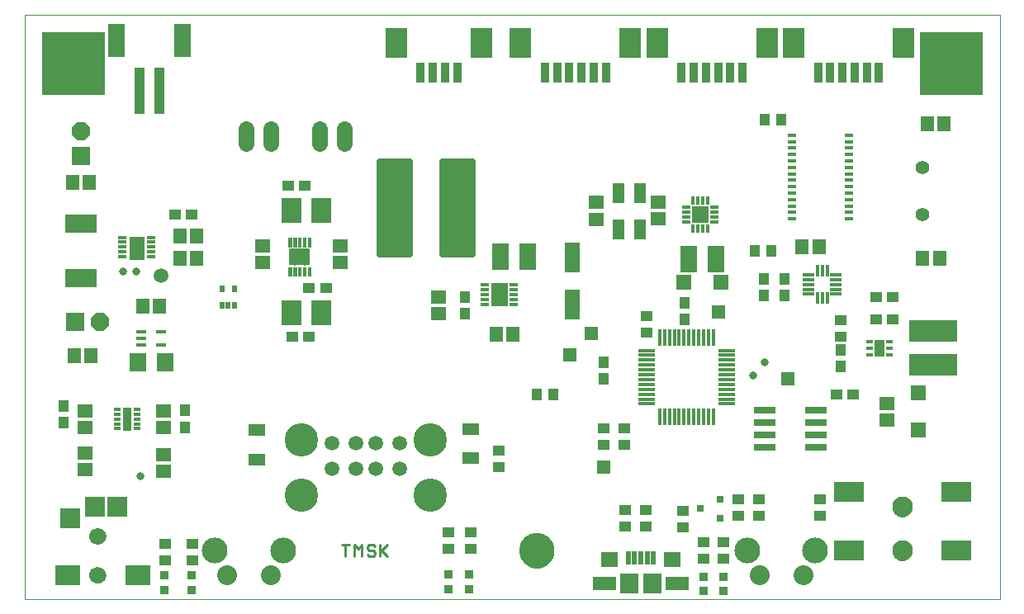
<source format=gts>
G75*
G70*
%OFA0B0*%
%FSLAX24Y24*%
%IPPOS*%
%LPD*%
%AMOC8*
5,1,8,0,0,1.08239X$1,22.5*
%
%ADD10C,0.0000*%
%ADD11C,0.1418*%
%ADD12C,0.0100*%
%ADD13R,0.0197X0.0316*%
%ADD14R,0.0552X0.0631*%
%ADD15R,0.0670X0.0749*%
%ADD16R,0.0320X0.0160*%
%ADD17R,0.0630X0.0950*%
%ADD18C,0.0010*%
%ADD19C,0.0060*%
%ADD20C,0.0397*%
%ADD21C,0.0800*%
%ADD22C,0.1040*%
%ADD23R,0.0808X0.1024*%
%ADD24R,0.0631X0.0552*%
%ADD25R,0.0473X0.0434*%
%ADD26R,0.1300X0.0749*%
%ADD27C,0.0591*%
%ADD28OC8,0.0740*%
%ADD29R,0.0740X0.0740*%
%ADD30R,0.0360X0.0160*%
%ADD31R,0.0650X0.0950*%
%ADD32C,0.0190*%
%ADD33R,0.0670X0.1103*%
%ADD34R,0.0591X0.1221*%
%ADD35R,0.0434X0.0473*%
%ADD36C,0.1346*%
%ADD37C,0.0594*%
%ADD38R,0.0670X0.0512*%
%ADD39R,0.0355X0.0355*%
%ADD40R,0.0434X0.1851*%
%ADD41R,0.0670X0.1379*%
%ADD42R,0.0280X0.0180*%
%ADD43R,0.0430X0.0670*%
%ADD44R,0.1969X0.0867*%
%ADD45R,0.0591X0.0591*%
%ADD46R,0.0300X0.0160*%
%ADD47R,0.0370X0.0980*%
%ADD48C,0.0670*%
%ADD49R,0.0827X0.0827*%
%ADD50R,0.1024X0.0827*%
%ADD51R,0.1221X0.0827*%
%ADD52C,0.0827*%
%ADD53R,0.0670X0.0158*%
%ADD54R,0.0158X0.0670*%
%ADD55R,0.0355X0.0138*%
%ADD56C,0.0316*%
%ADD57R,0.0749X0.0788*%
%ADD58R,0.0946X0.0552*%
%ADD59R,0.0197X0.0571*%
%ADD60R,0.0670X0.0591*%
%ADD61C,0.0560*%
%ADD62R,0.0512X0.0827*%
%ADD63R,0.0355X0.0827*%
%ADD64R,0.0867X0.1221*%
%ADD65C,0.0640*%
%ADD66R,0.0316X0.0276*%
%ADD67R,0.0440X0.0180*%
%ADD68R,0.0910X0.0280*%
%ADD69R,0.0480X0.0160*%
%ADD70R,0.0160X0.0480*%
%ADD71R,0.0160X0.0360*%
%ADD72R,0.0650X0.0650*%
%ADD73R,0.0552X0.0552*%
%ADD74R,0.2580X0.2580*%
D10*
X000189Y003356D02*
X000189Y026978D01*
X039559Y026978D01*
X039559Y003356D01*
X000189Y003356D01*
X002827Y004341D02*
X002829Y004376D01*
X002835Y004411D01*
X002845Y004445D01*
X002858Y004478D01*
X002875Y004509D01*
X002896Y004537D01*
X002919Y004564D01*
X002946Y004587D01*
X002974Y004608D01*
X003005Y004625D01*
X003038Y004638D01*
X003072Y004648D01*
X003107Y004654D01*
X003142Y004656D01*
X003177Y004654D01*
X003212Y004648D01*
X003246Y004638D01*
X003279Y004625D01*
X003310Y004608D01*
X003338Y004587D01*
X003365Y004564D01*
X003388Y004537D01*
X003409Y004509D01*
X003426Y004478D01*
X003439Y004445D01*
X003449Y004411D01*
X003455Y004376D01*
X003457Y004341D01*
X003455Y004306D01*
X003449Y004271D01*
X003439Y004237D01*
X003426Y004204D01*
X003409Y004173D01*
X003388Y004145D01*
X003365Y004118D01*
X003338Y004095D01*
X003310Y004074D01*
X003279Y004057D01*
X003246Y004044D01*
X003212Y004034D01*
X003177Y004028D01*
X003142Y004026D01*
X003107Y004028D01*
X003072Y004034D01*
X003038Y004044D01*
X003005Y004057D01*
X002974Y004074D01*
X002946Y004095D01*
X002919Y004118D01*
X002896Y004145D01*
X002875Y004173D01*
X002858Y004204D01*
X002845Y004237D01*
X002835Y004271D01*
X002829Y004306D01*
X002827Y004341D01*
X002827Y005915D02*
X002829Y005950D01*
X002835Y005985D01*
X002845Y006019D01*
X002858Y006052D01*
X002875Y006083D01*
X002896Y006111D01*
X002919Y006138D01*
X002946Y006161D01*
X002974Y006182D01*
X003005Y006199D01*
X003038Y006212D01*
X003072Y006222D01*
X003107Y006228D01*
X003142Y006230D01*
X003177Y006228D01*
X003212Y006222D01*
X003246Y006212D01*
X003279Y006199D01*
X003310Y006182D01*
X003338Y006161D01*
X003365Y006138D01*
X003388Y006111D01*
X003409Y006083D01*
X003426Y006052D01*
X003439Y006019D01*
X003449Y005985D01*
X003455Y005950D01*
X003457Y005915D01*
X003455Y005880D01*
X003449Y005845D01*
X003439Y005811D01*
X003426Y005778D01*
X003409Y005747D01*
X003388Y005719D01*
X003365Y005692D01*
X003338Y005669D01*
X003310Y005648D01*
X003279Y005631D01*
X003246Y005618D01*
X003212Y005608D01*
X003177Y005602D01*
X003142Y005600D01*
X003107Y005602D01*
X003072Y005608D01*
X003038Y005618D01*
X003005Y005631D01*
X002974Y005648D01*
X002946Y005669D01*
X002919Y005692D01*
X002896Y005719D01*
X002875Y005747D01*
X002858Y005778D01*
X002845Y005811D01*
X002835Y005845D01*
X002829Y005880D01*
X002827Y005915D01*
X020170Y005325D02*
X020172Y005377D01*
X020178Y005429D01*
X020188Y005480D01*
X020201Y005530D01*
X020219Y005580D01*
X020240Y005627D01*
X020264Y005673D01*
X020293Y005717D01*
X020324Y005759D01*
X020358Y005798D01*
X020395Y005835D01*
X020435Y005868D01*
X020478Y005899D01*
X020522Y005926D01*
X020568Y005950D01*
X020617Y005970D01*
X020666Y005986D01*
X020717Y005999D01*
X020768Y006008D01*
X020820Y006013D01*
X020872Y006014D01*
X020924Y006011D01*
X020976Y006004D01*
X021027Y005993D01*
X021077Y005979D01*
X021126Y005960D01*
X021173Y005938D01*
X021218Y005913D01*
X021262Y005884D01*
X021303Y005852D01*
X021342Y005817D01*
X021377Y005779D01*
X021410Y005738D01*
X021440Y005696D01*
X021466Y005651D01*
X021489Y005604D01*
X021508Y005555D01*
X021524Y005505D01*
X021536Y005455D01*
X021544Y005403D01*
X021548Y005351D01*
X021548Y005299D01*
X021544Y005247D01*
X021536Y005195D01*
X021524Y005145D01*
X021508Y005095D01*
X021489Y005046D01*
X021466Y004999D01*
X021440Y004954D01*
X021410Y004912D01*
X021377Y004871D01*
X021342Y004833D01*
X021303Y004798D01*
X021262Y004766D01*
X021218Y004737D01*
X021173Y004712D01*
X021126Y004690D01*
X021077Y004671D01*
X021027Y004657D01*
X020976Y004646D01*
X020924Y004639D01*
X020872Y004636D01*
X020820Y004637D01*
X020768Y004642D01*
X020717Y004651D01*
X020666Y004664D01*
X020617Y004680D01*
X020568Y004700D01*
X020522Y004724D01*
X020478Y004751D01*
X020435Y004782D01*
X020395Y004815D01*
X020358Y004852D01*
X020324Y004891D01*
X020293Y004933D01*
X020264Y004977D01*
X020240Y005023D01*
X020219Y005070D01*
X020201Y005120D01*
X020188Y005170D01*
X020178Y005221D01*
X020172Y005273D01*
X020170Y005325D01*
X035228Y005325D02*
X035230Y005364D01*
X035236Y005403D01*
X035246Y005441D01*
X035259Y005478D01*
X035276Y005513D01*
X035296Y005547D01*
X035320Y005578D01*
X035347Y005607D01*
X035376Y005633D01*
X035408Y005656D01*
X035442Y005676D01*
X035478Y005692D01*
X035515Y005704D01*
X035554Y005713D01*
X035593Y005718D01*
X035632Y005719D01*
X035671Y005716D01*
X035710Y005709D01*
X035747Y005698D01*
X035784Y005684D01*
X035819Y005666D01*
X035852Y005645D01*
X035883Y005620D01*
X035911Y005593D01*
X035936Y005563D01*
X035958Y005530D01*
X035977Y005496D01*
X035992Y005460D01*
X036004Y005422D01*
X036012Y005384D01*
X036016Y005345D01*
X036016Y005305D01*
X036012Y005266D01*
X036004Y005228D01*
X035992Y005190D01*
X035977Y005154D01*
X035958Y005120D01*
X035936Y005087D01*
X035911Y005057D01*
X035883Y005030D01*
X035852Y005005D01*
X035819Y004984D01*
X035784Y004966D01*
X035747Y004952D01*
X035710Y004941D01*
X035671Y004934D01*
X035632Y004931D01*
X035593Y004932D01*
X035554Y004937D01*
X035515Y004946D01*
X035478Y004958D01*
X035442Y004974D01*
X035408Y004994D01*
X035376Y005017D01*
X035347Y005043D01*
X035320Y005072D01*
X035296Y005103D01*
X035276Y005137D01*
X035259Y005172D01*
X035246Y005209D01*
X035236Y005247D01*
X035230Y005286D01*
X035228Y005325D01*
X035228Y007096D02*
X035230Y007135D01*
X035236Y007174D01*
X035246Y007212D01*
X035259Y007249D01*
X035276Y007284D01*
X035296Y007318D01*
X035320Y007349D01*
X035347Y007378D01*
X035376Y007404D01*
X035408Y007427D01*
X035442Y007447D01*
X035478Y007463D01*
X035515Y007475D01*
X035554Y007484D01*
X035593Y007489D01*
X035632Y007490D01*
X035671Y007487D01*
X035710Y007480D01*
X035747Y007469D01*
X035784Y007455D01*
X035819Y007437D01*
X035852Y007416D01*
X035883Y007391D01*
X035911Y007364D01*
X035936Y007334D01*
X035958Y007301D01*
X035977Y007267D01*
X035992Y007231D01*
X036004Y007193D01*
X036012Y007155D01*
X036016Y007116D01*
X036016Y007076D01*
X036012Y007037D01*
X036004Y006999D01*
X035992Y006961D01*
X035977Y006925D01*
X035958Y006891D01*
X035936Y006858D01*
X035911Y006828D01*
X035883Y006801D01*
X035852Y006776D01*
X035819Y006755D01*
X035784Y006737D01*
X035747Y006723D01*
X035710Y006712D01*
X035671Y006705D01*
X035632Y006702D01*
X035593Y006703D01*
X035554Y006708D01*
X035515Y006717D01*
X035478Y006729D01*
X035442Y006745D01*
X035408Y006765D01*
X035376Y006788D01*
X035347Y006814D01*
X035320Y006843D01*
X035296Y006874D01*
X035276Y006908D01*
X035259Y006943D01*
X035246Y006980D01*
X035236Y007018D01*
X035230Y007057D01*
X035228Y007096D01*
D11*
X020859Y005325D03*
D12*
X014849Y005099D02*
X014619Y005329D01*
X014542Y005253D02*
X014849Y005560D01*
X014542Y005560D02*
X014542Y005099D01*
X014333Y005176D02*
X014257Y005099D01*
X014103Y005099D01*
X014027Y005176D01*
X014103Y005329D02*
X014257Y005329D01*
X014333Y005253D01*
X014333Y005176D01*
X014103Y005329D02*
X014027Y005406D01*
X014027Y005483D01*
X014103Y005560D01*
X014257Y005560D01*
X014333Y005483D01*
X013818Y005560D02*
X013818Y005099D01*
X013511Y005099D02*
X013511Y005560D01*
X013664Y005406D01*
X013818Y005560D01*
X013302Y005560D02*
X012995Y005560D01*
X013149Y005560D02*
X013149Y005099D01*
D13*
X008674Y015226D03*
X008418Y015226D03*
X008162Y015226D03*
X008162Y015896D03*
X008674Y015896D03*
D14*
X007138Y017132D03*
X006469Y017132D03*
X006469Y018018D03*
X007138Y018018D03*
X005642Y015207D03*
X004973Y015207D03*
X002886Y013199D03*
X002217Y013199D03*
X002138Y020183D03*
X002807Y020183D03*
X019225Y014057D03*
X019894Y014057D03*
X031587Y017608D03*
X032256Y017608D03*
X036453Y017128D03*
X037122Y017128D03*
X037319Y022577D03*
X036650Y022577D03*
D15*
X005859Y012923D03*
X004756Y012923D03*
D16*
X005307Y017195D03*
X005307Y017385D03*
X005307Y017585D03*
X005307Y017785D03*
X005307Y017975D03*
X004127Y017975D03*
X004127Y017785D03*
X004127Y017585D03*
X004127Y017385D03*
X004127Y017195D03*
D17*
X004737Y017545D03*
D18*
X010838Y017609D02*
X010958Y017609D01*
X010838Y017609D02*
X010838Y017953D01*
X010958Y017953D01*
X010958Y017609D01*
X010958Y017618D02*
X010838Y017618D01*
X010838Y017627D02*
X010958Y017627D01*
X010958Y017636D02*
X010838Y017636D01*
X010838Y017645D02*
X010958Y017645D01*
X010958Y017654D02*
X010838Y017654D01*
X010838Y017663D02*
X010958Y017663D01*
X010958Y017672D02*
X010838Y017672D01*
X010838Y017681D02*
X010958Y017681D01*
X010958Y017690D02*
X010838Y017690D01*
X010838Y017699D02*
X010958Y017699D01*
X010958Y017708D02*
X010838Y017708D01*
X010838Y017717D02*
X010958Y017717D01*
X010958Y017726D02*
X010838Y017726D01*
X010838Y017735D02*
X010958Y017735D01*
X010958Y017744D02*
X010838Y017744D01*
X010838Y017753D02*
X010958Y017753D01*
X010958Y017762D02*
X010838Y017762D01*
X010838Y017771D02*
X010958Y017771D01*
X010958Y017780D02*
X010838Y017780D01*
X010838Y017789D02*
X010958Y017789D01*
X010958Y017798D02*
X010838Y017798D01*
X010838Y017807D02*
X010958Y017807D01*
X010958Y017816D02*
X010838Y017816D01*
X010838Y017825D02*
X010958Y017825D01*
X010958Y017834D02*
X010838Y017834D01*
X010838Y017843D02*
X010958Y017843D01*
X010958Y017852D02*
X010838Y017852D01*
X010838Y017861D02*
X010958Y017861D01*
X010958Y017870D02*
X010838Y017870D01*
X010838Y017879D02*
X010958Y017879D01*
X010958Y017888D02*
X010838Y017888D01*
X010838Y017897D02*
X010958Y017897D01*
X010958Y017906D02*
X010838Y017906D01*
X010838Y017915D02*
X010958Y017915D01*
X010958Y017924D02*
X010838Y017924D01*
X010838Y017933D02*
X010958Y017933D01*
X010958Y017942D02*
X010838Y017942D01*
X010838Y017951D02*
X010958Y017951D01*
X011035Y017609D02*
X011155Y017609D01*
X011035Y017609D02*
X011035Y017953D01*
X011155Y017953D01*
X011155Y017609D01*
X011155Y017618D02*
X011035Y017618D01*
X011035Y017627D02*
X011155Y017627D01*
X011155Y017636D02*
X011035Y017636D01*
X011035Y017645D02*
X011155Y017645D01*
X011155Y017654D02*
X011035Y017654D01*
X011035Y017663D02*
X011155Y017663D01*
X011155Y017672D02*
X011035Y017672D01*
X011035Y017681D02*
X011155Y017681D01*
X011155Y017690D02*
X011035Y017690D01*
X011035Y017699D02*
X011155Y017699D01*
X011155Y017708D02*
X011035Y017708D01*
X011035Y017717D02*
X011155Y017717D01*
X011155Y017726D02*
X011035Y017726D01*
X011035Y017735D02*
X011155Y017735D01*
X011155Y017744D02*
X011035Y017744D01*
X011035Y017753D02*
X011155Y017753D01*
X011155Y017762D02*
X011035Y017762D01*
X011035Y017771D02*
X011155Y017771D01*
X011155Y017780D02*
X011035Y017780D01*
X011035Y017789D02*
X011155Y017789D01*
X011155Y017798D02*
X011035Y017798D01*
X011035Y017807D02*
X011155Y017807D01*
X011155Y017816D02*
X011035Y017816D01*
X011035Y017825D02*
X011155Y017825D01*
X011155Y017834D02*
X011035Y017834D01*
X011035Y017843D02*
X011155Y017843D01*
X011155Y017852D02*
X011035Y017852D01*
X011035Y017861D02*
X011155Y017861D01*
X011155Y017870D02*
X011035Y017870D01*
X011035Y017879D02*
X011155Y017879D01*
X011155Y017888D02*
X011035Y017888D01*
X011035Y017897D02*
X011155Y017897D01*
X011155Y017906D02*
X011035Y017906D01*
X011035Y017915D02*
X011155Y017915D01*
X011155Y017924D02*
X011035Y017924D01*
X011035Y017933D02*
X011155Y017933D01*
X011155Y017942D02*
X011035Y017942D01*
X011035Y017951D02*
X011155Y017951D01*
X011232Y017609D02*
X011352Y017609D01*
X011232Y017609D02*
X011232Y017953D01*
X011352Y017953D01*
X011352Y017609D01*
X011352Y017618D02*
X011232Y017618D01*
X011232Y017627D02*
X011352Y017627D01*
X011352Y017636D02*
X011232Y017636D01*
X011232Y017645D02*
X011352Y017645D01*
X011352Y017654D02*
X011232Y017654D01*
X011232Y017663D02*
X011352Y017663D01*
X011352Y017672D02*
X011232Y017672D01*
X011232Y017681D02*
X011352Y017681D01*
X011352Y017690D02*
X011232Y017690D01*
X011232Y017699D02*
X011352Y017699D01*
X011352Y017708D02*
X011232Y017708D01*
X011232Y017717D02*
X011352Y017717D01*
X011352Y017726D02*
X011232Y017726D01*
X011232Y017735D02*
X011352Y017735D01*
X011352Y017744D02*
X011232Y017744D01*
X011232Y017753D02*
X011352Y017753D01*
X011352Y017762D02*
X011232Y017762D01*
X011232Y017771D02*
X011352Y017771D01*
X011352Y017780D02*
X011232Y017780D01*
X011232Y017789D02*
X011352Y017789D01*
X011352Y017798D02*
X011232Y017798D01*
X011232Y017807D02*
X011352Y017807D01*
X011352Y017816D02*
X011232Y017816D01*
X011232Y017825D02*
X011352Y017825D01*
X011352Y017834D02*
X011232Y017834D01*
X011232Y017843D02*
X011352Y017843D01*
X011352Y017852D02*
X011232Y017852D01*
X011232Y017861D02*
X011352Y017861D01*
X011352Y017870D02*
X011232Y017870D01*
X011232Y017879D02*
X011352Y017879D01*
X011352Y017888D02*
X011232Y017888D01*
X011232Y017897D02*
X011352Y017897D01*
X011352Y017906D02*
X011232Y017906D01*
X011232Y017915D02*
X011352Y017915D01*
X011352Y017924D02*
X011232Y017924D01*
X011232Y017933D02*
X011352Y017933D01*
X011352Y017942D02*
X011232Y017942D01*
X011232Y017951D02*
X011352Y017951D01*
X011429Y017609D02*
X011549Y017609D01*
X011429Y017609D02*
X011429Y017953D01*
X011549Y017953D01*
X011549Y017609D01*
X011549Y017618D02*
X011429Y017618D01*
X011429Y017627D02*
X011549Y017627D01*
X011549Y017636D02*
X011429Y017636D01*
X011429Y017645D02*
X011549Y017645D01*
X011549Y017654D02*
X011429Y017654D01*
X011429Y017663D02*
X011549Y017663D01*
X011549Y017672D02*
X011429Y017672D01*
X011429Y017681D02*
X011549Y017681D01*
X011549Y017690D02*
X011429Y017690D01*
X011429Y017699D02*
X011549Y017699D01*
X011549Y017708D02*
X011429Y017708D01*
X011429Y017717D02*
X011549Y017717D01*
X011549Y017726D02*
X011429Y017726D01*
X011429Y017735D02*
X011549Y017735D01*
X011549Y017744D02*
X011429Y017744D01*
X011429Y017753D02*
X011549Y017753D01*
X011549Y017762D02*
X011429Y017762D01*
X011429Y017771D02*
X011549Y017771D01*
X011549Y017780D02*
X011429Y017780D01*
X011429Y017789D02*
X011549Y017789D01*
X011549Y017798D02*
X011429Y017798D01*
X011429Y017807D02*
X011549Y017807D01*
X011549Y017816D02*
X011429Y017816D01*
X011429Y017825D02*
X011549Y017825D01*
X011549Y017834D02*
X011429Y017834D01*
X011429Y017843D02*
X011549Y017843D01*
X011549Y017852D02*
X011429Y017852D01*
X011429Y017861D02*
X011549Y017861D01*
X011549Y017870D02*
X011429Y017870D01*
X011429Y017879D02*
X011549Y017879D01*
X011549Y017888D02*
X011429Y017888D01*
X011429Y017897D02*
X011549Y017897D01*
X011549Y017906D02*
X011429Y017906D01*
X011429Y017915D02*
X011549Y017915D01*
X011549Y017924D02*
X011429Y017924D01*
X011429Y017933D02*
X011549Y017933D01*
X011549Y017942D02*
X011429Y017942D01*
X011429Y017951D02*
X011549Y017951D01*
X011625Y017609D02*
X011745Y017609D01*
X011625Y017609D02*
X011625Y017953D01*
X011745Y017953D01*
X011745Y017609D01*
X011745Y017618D02*
X011625Y017618D01*
X011625Y017627D02*
X011745Y017627D01*
X011745Y017636D02*
X011625Y017636D01*
X011625Y017645D02*
X011745Y017645D01*
X011745Y017654D02*
X011625Y017654D01*
X011625Y017663D02*
X011745Y017663D01*
X011745Y017672D02*
X011625Y017672D01*
X011625Y017681D02*
X011745Y017681D01*
X011745Y017690D02*
X011625Y017690D01*
X011625Y017699D02*
X011745Y017699D01*
X011745Y017708D02*
X011625Y017708D01*
X011625Y017717D02*
X011745Y017717D01*
X011745Y017726D02*
X011625Y017726D01*
X011625Y017735D02*
X011745Y017735D01*
X011745Y017744D02*
X011625Y017744D01*
X011625Y017753D02*
X011745Y017753D01*
X011745Y017762D02*
X011625Y017762D01*
X011625Y017771D02*
X011745Y017771D01*
X011745Y017780D02*
X011625Y017780D01*
X011625Y017789D02*
X011745Y017789D01*
X011745Y017798D02*
X011625Y017798D01*
X011625Y017807D02*
X011745Y017807D01*
X011745Y017816D02*
X011625Y017816D01*
X011625Y017825D02*
X011745Y017825D01*
X011745Y017834D02*
X011625Y017834D01*
X011625Y017843D02*
X011745Y017843D01*
X011745Y017852D02*
X011625Y017852D01*
X011625Y017861D02*
X011745Y017861D01*
X011745Y017870D02*
X011625Y017870D01*
X011625Y017879D02*
X011745Y017879D01*
X011745Y017888D02*
X011625Y017888D01*
X011625Y017897D02*
X011745Y017897D01*
X011745Y017906D02*
X011625Y017906D01*
X011625Y017915D02*
X011745Y017915D01*
X011745Y017924D02*
X011625Y017924D01*
X011625Y017933D02*
X011745Y017933D01*
X011745Y017942D02*
X011625Y017942D01*
X011625Y017951D02*
X011745Y017951D01*
X011745Y016428D02*
X011625Y016428D01*
X011625Y016772D01*
X011745Y016772D01*
X011745Y016428D01*
X011745Y016437D02*
X011625Y016437D01*
X011625Y016446D02*
X011745Y016446D01*
X011745Y016455D02*
X011625Y016455D01*
X011625Y016464D02*
X011745Y016464D01*
X011745Y016473D02*
X011625Y016473D01*
X011625Y016482D02*
X011745Y016482D01*
X011745Y016491D02*
X011625Y016491D01*
X011625Y016500D02*
X011745Y016500D01*
X011745Y016509D02*
X011625Y016509D01*
X011625Y016518D02*
X011745Y016518D01*
X011745Y016527D02*
X011625Y016527D01*
X011625Y016536D02*
X011745Y016536D01*
X011745Y016545D02*
X011625Y016545D01*
X011625Y016554D02*
X011745Y016554D01*
X011745Y016563D02*
X011625Y016563D01*
X011625Y016572D02*
X011745Y016572D01*
X011745Y016581D02*
X011625Y016581D01*
X011625Y016590D02*
X011745Y016590D01*
X011745Y016599D02*
X011625Y016599D01*
X011625Y016608D02*
X011745Y016608D01*
X011745Y016617D02*
X011625Y016617D01*
X011625Y016626D02*
X011745Y016626D01*
X011745Y016635D02*
X011625Y016635D01*
X011625Y016644D02*
X011745Y016644D01*
X011745Y016653D02*
X011625Y016653D01*
X011625Y016662D02*
X011745Y016662D01*
X011745Y016671D02*
X011625Y016671D01*
X011625Y016680D02*
X011745Y016680D01*
X011745Y016689D02*
X011625Y016689D01*
X011625Y016698D02*
X011745Y016698D01*
X011745Y016707D02*
X011625Y016707D01*
X011625Y016716D02*
X011745Y016716D01*
X011745Y016725D02*
X011625Y016725D01*
X011625Y016734D02*
X011745Y016734D01*
X011745Y016743D02*
X011625Y016743D01*
X011625Y016752D02*
X011745Y016752D01*
X011745Y016761D02*
X011625Y016761D01*
X011625Y016770D02*
X011745Y016770D01*
X011549Y016428D02*
X011429Y016428D01*
X011429Y016772D01*
X011549Y016772D01*
X011549Y016428D01*
X011549Y016437D02*
X011429Y016437D01*
X011429Y016446D02*
X011549Y016446D01*
X011549Y016455D02*
X011429Y016455D01*
X011429Y016464D02*
X011549Y016464D01*
X011549Y016473D02*
X011429Y016473D01*
X011429Y016482D02*
X011549Y016482D01*
X011549Y016491D02*
X011429Y016491D01*
X011429Y016500D02*
X011549Y016500D01*
X011549Y016509D02*
X011429Y016509D01*
X011429Y016518D02*
X011549Y016518D01*
X011549Y016527D02*
X011429Y016527D01*
X011429Y016536D02*
X011549Y016536D01*
X011549Y016545D02*
X011429Y016545D01*
X011429Y016554D02*
X011549Y016554D01*
X011549Y016563D02*
X011429Y016563D01*
X011429Y016572D02*
X011549Y016572D01*
X011549Y016581D02*
X011429Y016581D01*
X011429Y016590D02*
X011549Y016590D01*
X011549Y016599D02*
X011429Y016599D01*
X011429Y016608D02*
X011549Y016608D01*
X011549Y016617D02*
X011429Y016617D01*
X011429Y016626D02*
X011549Y016626D01*
X011549Y016635D02*
X011429Y016635D01*
X011429Y016644D02*
X011549Y016644D01*
X011549Y016653D02*
X011429Y016653D01*
X011429Y016662D02*
X011549Y016662D01*
X011549Y016671D02*
X011429Y016671D01*
X011429Y016680D02*
X011549Y016680D01*
X011549Y016689D02*
X011429Y016689D01*
X011429Y016698D02*
X011549Y016698D01*
X011549Y016707D02*
X011429Y016707D01*
X011429Y016716D02*
X011549Y016716D01*
X011549Y016725D02*
X011429Y016725D01*
X011429Y016734D02*
X011549Y016734D01*
X011549Y016743D02*
X011429Y016743D01*
X011429Y016752D02*
X011549Y016752D01*
X011549Y016761D02*
X011429Y016761D01*
X011429Y016770D02*
X011549Y016770D01*
X011352Y016428D02*
X011232Y016428D01*
X011232Y016772D01*
X011352Y016772D01*
X011352Y016428D01*
X011352Y016437D02*
X011232Y016437D01*
X011232Y016446D02*
X011352Y016446D01*
X011352Y016455D02*
X011232Y016455D01*
X011232Y016464D02*
X011352Y016464D01*
X011352Y016473D02*
X011232Y016473D01*
X011232Y016482D02*
X011352Y016482D01*
X011352Y016491D02*
X011232Y016491D01*
X011232Y016500D02*
X011352Y016500D01*
X011352Y016509D02*
X011232Y016509D01*
X011232Y016518D02*
X011352Y016518D01*
X011352Y016527D02*
X011232Y016527D01*
X011232Y016536D02*
X011352Y016536D01*
X011352Y016545D02*
X011232Y016545D01*
X011232Y016554D02*
X011352Y016554D01*
X011352Y016563D02*
X011232Y016563D01*
X011232Y016572D02*
X011352Y016572D01*
X011352Y016581D02*
X011232Y016581D01*
X011232Y016590D02*
X011352Y016590D01*
X011352Y016599D02*
X011232Y016599D01*
X011232Y016608D02*
X011352Y016608D01*
X011352Y016617D02*
X011232Y016617D01*
X011232Y016626D02*
X011352Y016626D01*
X011352Y016635D02*
X011232Y016635D01*
X011232Y016644D02*
X011352Y016644D01*
X011352Y016653D02*
X011232Y016653D01*
X011232Y016662D02*
X011352Y016662D01*
X011352Y016671D02*
X011232Y016671D01*
X011232Y016680D02*
X011352Y016680D01*
X011352Y016689D02*
X011232Y016689D01*
X011232Y016698D02*
X011352Y016698D01*
X011352Y016707D02*
X011232Y016707D01*
X011232Y016716D02*
X011352Y016716D01*
X011352Y016725D02*
X011232Y016725D01*
X011232Y016734D02*
X011352Y016734D01*
X011352Y016743D02*
X011232Y016743D01*
X011232Y016752D02*
X011352Y016752D01*
X011352Y016761D02*
X011232Y016761D01*
X011232Y016770D02*
X011352Y016770D01*
X011155Y016428D02*
X011035Y016428D01*
X011035Y016772D01*
X011155Y016772D01*
X011155Y016428D01*
X011155Y016437D02*
X011035Y016437D01*
X011035Y016446D02*
X011155Y016446D01*
X011155Y016455D02*
X011035Y016455D01*
X011035Y016464D02*
X011155Y016464D01*
X011155Y016473D02*
X011035Y016473D01*
X011035Y016482D02*
X011155Y016482D01*
X011155Y016491D02*
X011035Y016491D01*
X011035Y016500D02*
X011155Y016500D01*
X011155Y016509D02*
X011035Y016509D01*
X011035Y016518D02*
X011155Y016518D01*
X011155Y016527D02*
X011035Y016527D01*
X011035Y016536D02*
X011155Y016536D01*
X011155Y016545D02*
X011035Y016545D01*
X011035Y016554D02*
X011155Y016554D01*
X011155Y016563D02*
X011035Y016563D01*
X011035Y016572D02*
X011155Y016572D01*
X011155Y016581D02*
X011035Y016581D01*
X011035Y016590D02*
X011155Y016590D01*
X011155Y016599D02*
X011035Y016599D01*
X011035Y016608D02*
X011155Y016608D01*
X011155Y016617D02*
X011035Y016617D01*
X011035Y016626D02*
X011155Y016626D01*
X011155Y016635D02*
X011035Y016635D01*
X011035Y016644D02*
X011155Y016644D01*
X011155Y016653D02*
X011035Y016653D01*
X011035Y016662D02*
X011155Y016662D01*
X011155Y016671D02*
X011035Y016671D01*
X011035Y016680D02*
X011155Y016680D01*
X011155Y016689D02*
X011035Y016689D01*
X011035Y016698D02*
X011155Y016698D01*
X011155Y016707D02*
X011035Y016707D01*
X011035Y016716D02*
X011155Y016716D01*
X011155Y016725D02*
X011035Y016725D01*
X011035Y016734D02*
X011155Y016734D01*
X011155Y016743D02*
X011035Y016743D01*
X011035Y016752D02*
X011155Y016752D01*
X011155Y016761D02*
X011035Y016761D01*
X011035Y016770D02*
X011155Y016770D01*
X010958Y016428D02*
X010838Y016428D01*
X010838Y016772D01*
X010958Y016772D01*
X010958Y016428D01*
X010958Y016437D02*
X010838Y016437D01*
X010838Y016446D02*
X010958Y016446D01*
X010958Y016455D02*
X010838Y016455D01*
X010838Y016464D02*
X010958Y016464D01*
X010958Y016473D02*
X010838Y016473D01*
X010838Y016482D02*
X010958Y016482D01*
X010958Y016491D02*
X010838Y016491D01*
X010838Y016500D02*
X010958Y016500D01*
X010958Y016509D02*
X010838Y016509D01*
X010838Y016518D02*
X010958Y016518D01*
X010958Y016527D02*
X010838Y016527D01*
X010838Y016536D02*
X010958Y016536D01*
X010958Y016545D02*
X010838Y016545D01*
X010838Y016554D02*
X010958Y016554D01*
X010958Y016563D02*
X010838Y016563D01*
X010838Y016572D02*
X010958Y016572D01*
X010958Y016581D02*
X010838Y016581D01*
X010838Y016590D02*
X010958Y016590D01*
X010958Y016599D02*
X010838Y016599D01*
X010838Y016608D02*
X010958Y016608D01*
X010958Y016617D02*
X010838Y016617D01*
X010838Y016626D02*
X010958Y016626D01*
X010958Y016635D02*
X010838Y016635D01*
X010838Y016644D02*
X010958Y016644D01*
X010958Y016653D02*
X010838Y016653D01*
X010838Y016662D02*
X010958Y016662D01*
X010958Y016671D02*
X010838Y016671D01*
X010838Y016680D02*
X010958Y016680D01*
X010958Y016689D02*
X010838Y016689D01*
X010838Y016698D02*
X010958Y016698D01*
X010958Y016707D02*
X010838Y016707D01*
X010838Y016716D02*
X010958Y016716D01*
X010958Y016725D02*
X010838Y016725D01*
X010838Y016734D02*
X010958Y016734D01*
X010958Y016743D02*
X010838Y016743D01*
X010838Y016752D02*
X010958Y016752D01*
X010958Y016761D02*
X010838Y016761D01*
X010838Y016770D02*
X010958Y016770D01*
D19*
X010909Y016886D02*
X011675Y016886D01*
X010909Y016886D02*
X010909Y017496D01*
X011675Y017496D01*
X011675Y016886D01*
X011675Y016945D02*
X010909Y016945D01*
X010909Y017004D02*
X011675Y017004D01*
X011675Y017063D02*
X010909Y017063D01*
X010909Y017122D02*
X011675Y017122D01*
X011675Y017181D02*
X010909Y017181D01*
X010909Y017240D02*
X011675Y017240D01*
X011675Y017299D02*
X010909Y017299D01*
X010909Y017358D02*
X011675Y017358D01*
X011675Y017417D02*
X010909Y017417D01*
X010909Y017476D02*
X011675Y017476D01*
D20*
X011489Y017348D03*
X011489Y017033D03*
X011095Y017033D03*
X011095Y017348D03*
D21*
X010130Y004341D03*
X008359Y004341D03*
X029855Y004341D03*
X031626Y004341D03*
D22*
X032119Y005325D03*
X029363Y005325D03*
X010622Y005325D03*
X007867Y005325D03*
D23*
X010967Y014947D03*
X012168Y014947D03*
X012168Y019081D03*
X010967Y019081D03*
D24*
X009796Y017644D03*
X009796Y016974D03*
X012945Y016974D03*
X012945Y017644D03*
X016902Y015573D03*
X016902Y014904D03*
X023284Y018715D03*
X023284Y019384D03*
X025780Y019415D03*
X025780Y018746D03*
X034996Y011274D03*
X034996Y010604D03*
X005800Y010305D03*
X005800Y010974D03*
X005800Y009203D03*
X005800Y008533D03*
X002650Y008596D03*
X002650Y009266D03*
X002650Y010305D03*
X002650Y010974D03*
D25*
X005874Y005604D03*
X005874Y004935D03*
X006969Y004935D03*
X006969Y005604D03*
X017315Y005384D03*
X017315Y006053D03*
X018201Y006053D03*
X018201Y005384D03*
X019323Y008691D03*
X019323Y009360D03*
X023575Y009596D03*
X024402Y009596D03*
X024402Y010266D03*
X023575Y010266D03*
X024441Y006959D03*
X025268Y006959D03*
X025268Y006289D03*
X024441Y006289D03*
X026764Y006250D03*
X027591Y005659D03*
X027591Y004990D03*
X028398Y004990D03*
X028398Y005659D03*
X029008Y006722D03*
X029008Y007392D03*
X029835Y007392D03*
X029835Y006722D03*
X032315Y006722D03*
X032315Y007392D03*
X026764Y006919D03*
X032965Y011624D03*
X033634Y011624D03*
X033126Y013951D03*
X033126Y014620D03*
X034563Y014679D03*
X035233Y014679D03*
X035233Y015565D03*
X034563Y015565D03*
X025307Y014793D03*
X025307Y014124D03*
X012355Y015931D03*
X011685Y015931D03*
X011666Y013963D03*
X010996Y013963D03*
X006941Y018904D03*
X006272Y018904D03*
X010839Y020065D03*
X011508Y020065D03*
D26*
X002473Y018530D03*
X002473Y016325D03*
D27*
X005701Y016443D03*
D28*
X003248Y014577D03*
X002473Y022258D03*
D29*
X002473Y021258D03*
X002248Y014577D03*
D30*
X018783Y015281D03*
X018783Y015471D03*
X018783Y015671D03*
X018783Y015871D03*
X018783Y016061D03*
X019943Y016061D03*
X019943Y015871D03*
X019943Y015671D03*
X019943Y015471D03*
X019943Y015281D03*
X026903Y018607D03*
X026903Y018807D03*
X026903Y019007D03*
X026903Y019207D03*
X028043Y019207D03*
X028043Y019007D03*
X028043Y018807D03*
X028043Y018607D03*
D31*
X019363Y015671D03*
D32*
X018305Y017280D02*
X018305Y021070D01*
X018305Y017280D02*
X017035Y017280D01*
X017035Y021070D01*
X018305Y021070D01*
X018305Y017469D02*
X017035Y017469D01*
X017035Y017658D02*
X018305Y017658D01*
X018305Y017847D02*
X017035Y017847D01*
X017035Y018036D02*
X018305Y018036D01*
X018305Y018225D02*
X017035Y018225D01*
X017035Y018414D02*
X018305Y018414D01*
X018305Y018603D02*
X017035Y018603D01*
X017035Y018792D02*
X018305Y018792D01*
X018305Y018981D02*
X017035Y018981D01*
X017035Y019170D02*
X018305Y019170D01*
X018305Y019359D02*
X017035Y019359D01*
X017035Y019548D02*
X018305Y019548D01*
X018305Y019737D02*
X017035Y019737D01*
X017035Y019926D02*
X018305Y019926D01*
X018305Y020115D02*
X017035Y020115D01*
X017035Y020304D02*
X018305Y020304D01*
X018305Y020493D02*
X017035Y020493D01*
X017035Y020682D02*
X018305Y020682D01*
X018305Y020871D02*
X017035Y020871D01*
X017035Y021060D02*
X018305Y021060D01*
X015785Y021070D02*
X015785Y017280D01*
X014515Y017280D01*
X014515Y021070D01*
X015785Y021070D01*
X015785Y017469D02*
X014515Y017469D01*
X014515Y017658D02*
X015785Y017658D01*
X015785Y017847D02*
X014515Y017847D01*
X014515Y018036D02*
X015785Y018036D01*
X015785Y018225D02*
X014515Y018225D01*
X014515Y018414D02*
X015785Y018414D01*
X015785Y018603D02*
X014515Y018603D01*
X014515Y018792D02*
X015785Y018792D01*
X015785Y018981D02*
X014515Y018981D01*
X014515Y019170D02*
X015785Y019170D01*
X015785Y019359D02*
X014515Y019359D01*
X014515Y019548D02*
X015785Y019548D01*
X015785Y019737D02*
X014515Y019737D01*
X014515Y019926D02*
X015785Y019926D01*
X015785Y020115D02*
X014515Y020115D01*
X014515Y020304D02*
X015785Y020304D01*
X015785Y020493D02*
X014515Y020493D01*
X014515Y020682D02*
X015785Y020682D01*
X015785Y020871D02*
X014515Y020871D01*
X014515Y021060D02*
X015785Y021060D01*
D33*
X019402Y017207D03*
X020504Y017207D03*
X027000Y017096D03*
X028103Y017096D03*
D34*
X022315Y017167D03*
X022315Y015278D03*
D35*
X023575Y012943D03*
X023575Y012274D03*
X021548Y011624D03*
X020878Y011624D03*
X017985Y014904D03*
X017985Y015573D03*
X026843Y015344D03*
X026843Y014675D03*
X030052Y015620D03*
X030859Y015620D03*
X030859Y016289D03*
X030052Y016289D03*
X030347Y017431D03*
X029678Y017431D03*
X033126Y013439D03*
X033126Y012770D03*
X030729Y022718D03*
X030059Y022718D03*
X006685Y010982D03*
X006685Y010313D03*
X001764Y010502D03*
X001764Y011171D03*
D36*
X011382Y009793D03*
X011382Y007557D03*
X016556Y007557D03*
X016556Y009793D03*
D37*
X015347Y009655D03*
X014363Y009655D03*
X013575Y009655D03*
X012591Y009655D03*
X012591Y008624D03*
X013575Y008624D03*
X014363Y008624D03*
X015347Y008624D03*
D38*
X018189Y009065D03*
X018189Y010246D03*
X009559Y010183D03*
X009559Y009002D03*
D39*
X006945Y004321D03*
X006945Y003730D03*
X005851Y003730D03*
X005851Y004321D03*
X017315Y004360D03*
X017315Y003770D03*
X018142Y003770D03*
X018142Y004360D03*
X027591Y004281D03*
X027591Y003691D03*
X028418Y003691D03*
X028418Y004281D03*
D40*
X005622Y023884D03*
X004835Y023884D03*
D41*
X003890Y025931D03*
X006567Y025931D03*
D42*
X034291Y013758D03*
X034291Y013498D03*
X034291Y013238D03*
X035111Y013238D03*
X035111Y013498D03*
X035111Y013758D03*
D43*
X034701Y013498D03*
D44*
X036867Y012829D03*
X036867Y014187D03*
D45*
X036276Y011687D03*
X036276Y010191D03*
X028300Y016152D03*
X026804Y016152D03*
D46*
X004723Y011030D03*
X004723Y010840D03*
X004723Y010640D03*
X004723Y010440D03*
X004723Y010250D03*
X003923Y010250D03*
X003923Y010440D03*
X003923Y010640D03*
X003923Y010840D03*
X003923Y011030D03*
D47*
X004323Y010640D03*
D48*
X003142Y005915D03*
X003142Y004341D03*
D49*
X002040Y006624D03*
X003024Y007096D03*
X003930Y007096D03*
D50*
X004776Y004341D03*
X001941Y004341D03*
D51*
X033457Y005325D03*
X033457Y007687D03*
X037788Y007687D03*
X037788Y005325D03*
D52*
X035622Y005325D03*
X035622Y007096D03*
D53*
X028528Y011250D03*
X028528Y011447D03*
X028528Y011644D03*
X028528Y011841D03*
X028528Y012037D03*
X028528Y012234D03*
X028528Y012431D03*
X028528Y012628D03*
X028528Y012825D03*
X028528Y013022D03*
X028528Y013218D03*
X028528Y013415D03*
X025300Y013415D03*
X025300Y013218D03*
X025300Y013022D03*
X025300Y012825D03*
X025300Y012628D03*
X025300Y012431D03*
X025300Y012234D03*
X025300Y012037D03*
X025300Y011841D03*
X025300Y011644D03*
X025300Y011447D03*
X025300Y011250D03*
D54*
X025831Y010718D03*
X026028Y010718D03*
X026225Y010718D03*
X026422Y010718D03*
X026619Y010718D03*
X026815Y010718D03*
X027012Y010718D03*
X027209Y010718D03*
X027406Y010718D03*
X027603Y010718D03*
X027800Y010718D03*
X027996Y010718D03*
X027996Y013947D03*
X027800Y013947D03*
X027603Y013947D03*
X027406Y013947D03*
X027209Y013947D03*
X027012Y013947D03*
X026815Y013947D03*
X026619Y013947D03*
X026422Y013947D03*
X026225Y013947D03*
X026028Y013947D03*
X025831Y013947D03*
D55*
X031181Y018725D03*
X031181Y018985D03*
X031181Y019245D03*
X031181Y019505D03*
X031181Y019765D03*
X031181Y020025D03*
X031181Y020285D03*
X031179Y020545D03*
X031181Y020805D03*
X031181Y021065D03*
X031181Y021325D03*
X031181Y021585D03*
X031181Y021845D03*
X031181Y022105D03*
X033481Y022105D03*
X033481Y021845D03*
X033481Y021585D03*
X033481Y021325D03*
X033481Y021065D03*
X033481Y020805D03*
X033483Y020545D03*
X033481Y020285D03*
X033481Y020025D03*
X033481Y019765D03*
X033481Y019505D03*
X033481Y019245D03*
X033481Y018985D03*
X033481Y018725D03*
D56*
X030071Y012923D03*
X029599Y012411D03*
X004882Y008341D03*
X004717Y016600D03*
X004166Y016600D03*
D57*
X024619Y003986D03*
X025524Y003986D03*
D58*
X026548Y003986D03*
X023595Y003986D03*
D59*
X024559Y005039D03*
X024815Y005039D03*
X025071Y005039D03*
X025327Y005039D03*
X025583Y005039D03*
D60*
X026331Y004951D03*
X023811Y004951D03*
D61*
X036449Y018894D03*
X036449Y020794D03*
D62*
X025032Y019770D03*
X024166Y019770D03*
X024166Y018313D03*
X025032Y018313D03*
D63*
X023664Y024616D03*
X023172Y024616D03*
X022680Y024616D03*
X022187Y024616D03*
X021695Y024616D03*
X021203Y024616D03*
X017660Y024616D03*
X017168Y024616D03*
X016676Y024616D03*
X016183Y024616D03*
X026715Y024616D03*
X027207Y024616D03*
X027699Y024616D03*
X028191Y024616D03*
X028683Y024616D03*
X029176Y024616D03*
X032227Y024616D03*
X032719Y024616D03*
X033211Y024616D03*
X033703Y024616D03*
X034195Y024616D03*
X034687Y024616D03*
D64*
X035672Y025846D03*
X031243Y025846D03*
X030160Y025846D03*
X025731Y025846D03*
X024648Y025846D03*
X020219Y025846D03*
X018644Y025846D03*
X015199Y025846D03*
D65*
X013091Y022357D02*
X013091Y021757D01*
X012091Y021757D02*
X012091Y022357D01*
X010138Y022357D02*
X010138Y021757D01*
X009138Y021757D02*
X009138Y022357D01*
D66*
X028260Y007392D03*
X028260Y006644D03*
X027473Y007018D03*
D67*
X005707Y013647D03*
X005707Y014167D03*
X004907Y014167D03*
X004907Y013907D03*
X004907Y013647D03*
D68*
X030065Y010996D03*
X030065Y010496D03*
X030065Y009996D03*
X030065Y009496D03*
X032125Y009496D03*
X032125Y009996D03*
X032125Y010496D03*
X032125Y010996D03*
D69*
X031844Y015683D03*
X031844Y015873D03*
X031844Y016073D03*
X031844Y016273D03*
X031844Y016463D03*
X032944Y016463D03*
X032944Y016273D03*
X032944Y016073D03*
X032944Y015873D03*
X032944Y015683D03*
D70*
X032594Y015523D03*
X032394Y015523D03*
X032194Y015523D03*
X032194Y016623D03*
X032394Y016623D03*
X032594Y016623D03*
D71*
X027773Y018337D03*
X027573Y018337D03*
X027373Y018337D03*
X027173Y018337D03*
X027173Y019477D03*
X027373Y019477D03*
X027573Y019477D03*
X027773Y019477D03*
D72*
X027473Y018907D03*
D73*
X028221Y014970D03*
X031016Y012254D03*
X023575Y008711D03*
X022197Y013238D03*
X023063Y014104D03*
D74*
X037591Y025010D03*
X002158Y025010D03*
M02*

</source>
